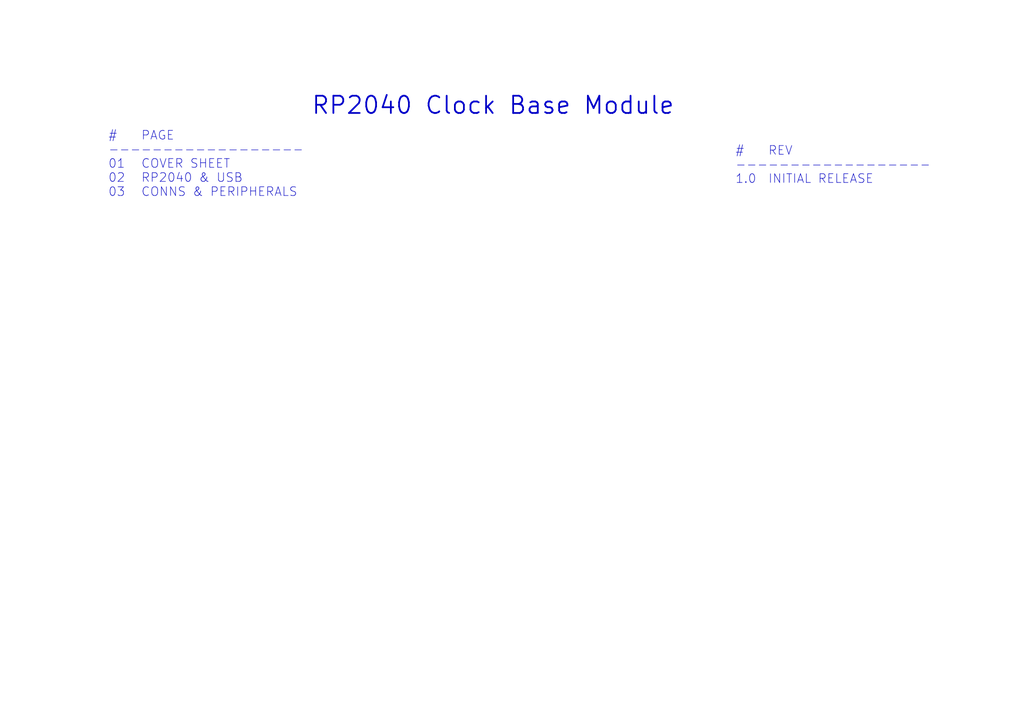
<source format=kicad_sch>
(kicad_sch (version 20211123) (generator eeschema)
  (paper "A4")
  (title_block (title "Cover Sheet") (date "2022-05-03") (rev "1.0"))
  (lib_symbols)
  (text "RP2040 & USB" (at 347.345 29.845 180) (effects (font (size 1.54 1.54) (thickness 0.308) bold) (justify right bottom)))
  (text "FLAT SCHEMATIC SHEETS" (at 304.165 19.685 0) (effects (font (size 2.54 2.54) (thickness 0.508) bold) (justify left bottom)))
  (text "RP2040 Clock Base Module" (at 90.17 33.655 0) (effects (font (size 5 5) (thickness 0.508) bold) (justify left bottom)))
  (text "CONNS & PERIPHERALS" (at 347.98 43.18 180) (effects (font (size 1.54 1.54) (thickness 0.308) bold) (justify right bottom)))
  (text "#	REV	\n------------------\n1.0	INITIAL RELEASE\n		" (at 213.2076 57.5818 0) (effects (font (size 2.54 2.54)) (justify left bottom)))
  (text "#	PAGE\n------------------\n01	COVER SHEET\n02	RP2040 & USB\n03	CONNS & PERIPHERALS" (at 31.3436 57.277 0) (effects (font (size 2.54 2.54)) (justify left bottom)))
  (sheet (at 304.8 25.4) (size 44.45 6.35) (stroke (width 0.1524))
    (property "Sheet name" "PAGE2" (at 304.8 24.6884 0) (effects (justify left bottom)))
    (property "Sheet file" "PAGE2.kicad_sch" (at 304.8 32.3346 0) (effects (justify left top)))
  )
  (sheet (at 304.8 38.1) (size 44.45 6.35) (stroke (width 0.1524))
    (property "Sheet name" "PAGE3" (at 304.8 37.3884 0) (effects (justify left bottom)))
    (property "Sheet file" "PAGE3.kicad_sch" (at 304.8 45.0346 0) (effects (justify left top)))
  )
)
</source>
